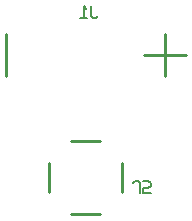
<source format=gbr>
G04 Generated by Ultiboard 14.0 *
%FSLAX24Y24*%
%MOIN*%

%ADD10C,0.0001*%
%ADD11C,0.0061*%
%ADD12C,0.0100*%


G04 ColorRGB FF14FF for the following layer *
%LNSilkscreen Bottom*%
%LPD*%
G54D10*
G54D11*
X-20461Y8253D02*
X-20382Y8332D01*
X-20304Y8332D01*
X-20226Y8253D01*
X-20226Y7938D01*
X-19873Y7938D02*
X-20108Y7938D01*
X-20108Y8096D01*
X-19951Y8096D01*
X-19873Y8174D01*
X-19873Y8253D01*
X-19951Y8332D01*
X-20108Y8332D01*
X-21627Y13844D02*
X-21705Y13766D01*
X-21784Y13766D01*
X-21862Y13844D01*
X-21862Y14159D01*
X-22019Y14081D02*
X-22097Y14159D01*
X-22097Y13766D01*
X-21980Y13766D02*
X-22215Y13766D01*
G54D12*
X-21552Y9672D02*
X-22536Y9672D01*
X-21552Y7228D02*
X-22536Y7228D01*
X-20821Y8942D02*
X-20821Y7958D01*
X-23266Y8942D02*
X-23266Y7958D01*
X-18688Y12550D02*
X-20088Y12550D01*
X-19388Y13250D02*
X-19388Y11850D01*
X-24688Y13250D02*
X-24688Y11850D01*

M02*

</source>
